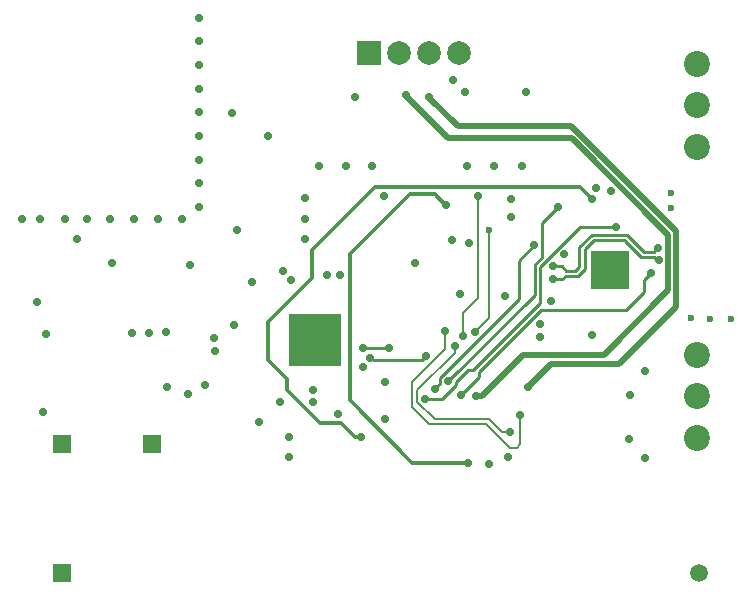
<source format=gbl>
G04*
G04 #@! TF.GenerationSoftware,Altium Limited,Altium Designer,19.1.8 (144)*
G04*
G04 Layer_Physical_Order=4*
G04 Layer_Color=16711680*
%FSLAX44Y44*%
%MOMM*%
G71*
G01*
G75*
%ADD10C,0.2500*%
%ADD12C,0.2000*%
%ADD71C,0.5000*%
%ADD72C,0.3500*%
%ADD78C,2.2000*%
%ADD79C,2.0000*%
%ADD80R,2.0000X2.0000*%
%ADD81C,1.5000*%
%ADD82R,1.5000X1.5000*%
%ADD83C,0.7000*%
%ADD84C,0.6000*%
G36*
X232750Y395500D02*
X276750D01*
Y351500D01*
X232750D01*
Y395500D01*
D02*
G37*
G36*
X488750Y448750D02*
X520250D01*
Y417250D01*
X488750D01*
Y448750D01*
D02*
G37*
D10*
X544646Y451500D02*
X545500D01*
X541786Y448640D02*
X544646Y451500D01*
X535998Y448640D02*
X541786D01*
X535609Y448250D02*
X535998Y448640D01*
X521593Y459657D02*
X533000Y448250D01*
X535609D01*
X489136Y463000D02*
X518957D01*
X478500Y452364D02*
X489136Y463000D01*
X521593Y459657D02*
Y460364D01*
X518957Y463000D02*
X521593Y460364D01*
X478500Y435750D02*
Y452364D01*
X456250Y436250D02*
X463750D01*
X475250Y432500D02*
X478500Y435750D01*
X467500Y432500D02*
X475250D01*
X463750Y436250D02*
X467500Y432500D01*
X537862Y444140D02*
X542062D01*
X537473Y443750D02*
X537862Y444140D01*
X517093Y457793D02*
Y458500D01*
X531136Y443750D02*
X537473D01*
X544680Y441521D02*
X545777D01*
X542062Y444140D02*
X544680Y441521D01*
X491000Y458500D02*
X517093D01*
X483000Y450500D02*
X491000Y458500D01*
X517093Y457793D02*
X531136Y443750D01*
X483000Y433886D02*
Y450500D01*
X477114Y428000D02*
X483000Y433886D01*
X467000Y428000D02*
X477114D01*
X464250Y425250D02*
X467000Y428000D01*
X456250Y425250D02*
X464250D01*
X445500Y435750D02*
X458500Y448750D01*
Y449046D02*
X479204Y469750D01*
X458500Y448750D02*
Y449046D01*
X362590Y324043D02*
X374518Y335971D01*
X348000Y324043D02*
X362590D01*
X367768Y338767D02*
X441000Y411999D01*
X374518Y338178D02*
X384250Y347910D01*
X374518Y335971D02*
Y338178D01*
X384250Y347910D02*
X388660D01*
X445500Y404750D01*
Y435750D01*
X361018Y341722D02*
X427500Y408204D01*
X361018Y337519D02*
Y341722D01*
X356017Y332518D02*
X361018Y337519D01*
X356017Y332266D02*
Y332518D01*
X427500Y408204D02*
Y441000D01*
X441000Y411999D02*
Y437614D01*
X447000Y443614D01*
X446500Y399000D02*
X517750D01*
X393750Y346250D02*
X446500Y399000D01*
X393750Y342500D02*
Y346250D01*
X301750Y358750D02*
X302500D01*
X304750Y356500D01*
X345119D02*
X348750Y360131D01*
X304750Y356500D02*
X345119D01*
X533500Y424750D02*
X539000Y430250D01*
X533500Y414750D02*
Y424750D01*
X479204Y469750D02*
X509500D01*
X427500Y441000D02*
X440250Y453750D01*
X517750Y399000D02*
X533500Y414750D01*
X378000Y326750D02*
X393750Y342500D01*
X378000Y326750D02*
Y327528D01*
X447000Y443614D02*
Y473000D01*
X295000Y367000D02*
X317250D01*
X447000Y473000D02*
X460500Y486500D01*
D12*
X356101Y306750D02*
X402500D01*
X341500Y321351D02*
X356101Y306750D01*
X341500Y321351D02*
Y331233D01*
X373000Y362733D01*
X337250Y317154D02*
Y338500D01*
Y317154D02*
X351654Y302750D01*
X337250Y338500D02*
X365000Y366250D01*
X399175Y302750D02*
X419675Y282250D01*
X351654Y302750D02*
X399175D01*
X401750Y392000D02*
Y466000D01*
X390000Y380250D02*
X401750Y392000D01*
X392750Y409500D02*
Y495500D01*
X379750Y396500D02*
X392750Y409500D01*
X379750Y377000D02*
Y396500D01*
X402500Y306750D02*
X413500Y295750D01*
X419750D01*
X419675Y282250D02*
X425500D01*
X428750Y285500D01*
Y310000D01*
X373000Y362733D02*
Y368750D01*
X365000Y366250D02*
Y381000D01*
D71*
X471713Y555000D02*
X560777Y465937D01*
X375500Y555000D02*
X471713D01*
X560777Y401777D02*
Y465937D01*
X553777Y415706D02*
Y463037D01*
X472314Y544500D02*
X553777Y463037D01*
X367750Y544500D02*
X472314D01*
X512000Y353000D02*
X560777Y401777D01*
X499131Y361060D02*
X553777Y415706D01*
X351500Y579000D02*
Y579750D01*
X391500Y326500D02*
X396500D01*
X431060Y361060D01*
X351500Y579000D02*
X375500Y555000D01*
X454250Y353000D02*
X512000D01*
X435250Y334000D02*
X454250Y353000D01*
X331750Y580500D02*
Y580750D01*
Y580500D02*
X367750Y544500D01*
X431060Y361060D02*
X499131D01*
D72*
X479250Y503000D02*
X489500Y492750D01*
X231197Y331303D02*
Y340303D01*
X215000Y356500D02*
X231197Y340303D01*
X215000Y356500D02*
Y388546D01*
X284500Y322500D02*
X337250Y269750D01*
X384500D01*
X284500Y322500D02*
Y446250D01*
X335500Y497250D01*
X252250Y449750D02*
X305500Y503000D01*
X252250Y425796D02*
Y449750D01*
X215000Y388546D02*
X252250Y425796D01*
X258750Y303750D02*
X277046D01*
X231197Y331303D02*
X258750Y303750D01*
X305500Y503000D02*
X479250D01*
X289046Y291750D02*
X293750D01*
X277046Y303750D02*
X289046Y291750D01*
X365011Y488250D02*
X365500D01*
X356011Y497250D02*
X365011Y488250D01*
X335500Y497250D02*
X356011D01*
D78*
X578000Y537500D02*
D03*
Y572500D02*
D03*
X578000Y291000D02*
D03*
Y326000D02*
D03*
X578000Y607500D02*
D03*
X578000Y361000D02*
D03*
D79*
X351450Y616750D02*
D03*
X326050D02*
D03*
X376850D02*
D03*
D80*
X300650D02*
D03*
D81*
X580250Y176500D02*
D03*
D82*
X40250D02*
D03*
X40650Y285750D02*
D03*
X116850D02*
D03*
D83*
X504500Y433000D02*
D03*
X494500Y443000D02*
D03*
X514500D02*
D03*
Y423000D02*
D03*
X494500D02*
D03*
X269750Y373500D02*
D03*
X254750Y388500D02*
D03*
X239750Y373500D02*
D03*
X254750Y358500D02*
D03*
X269750D02*
D03*
X239750D02*
D03*
X269750Y388500D02*
D03*
X239750D02*
D03*
X254750Y373500D02*
D03*
X493000Y502750D02*
D03*
X545777Y441521D02*
D03*
X545500Y451500D02*
D03*
X456250Y436250D02*
D03*
Y425250D02*
D03*
X454250Y406750D02*
D03*
X505500Y500000D02*
D03*
X348000Y324043D02*
D03*
X367768Y338767D02*
D03*
X381500Y584000D02*
D03*
X534000Y347500D02*
D03*
X128250Y380250D02*
D03*
X114250Y379750D02*
D03*
X99750D02*
D03*
X129250Y334000D02*
D03*
X149000Y437500D02*
D03*
X207750Y304250D02*
D03*
X384500Y269750D02*
D03*
X313750Y306500D02*
D03*
Y337750D02*
D03*
X377250Y412750D02*
D03*
X390000Y380250D02*
D03*
X356017Y332266D02*
D03*
X301750Y358750D02*
D03*
X227500Y431750D02*
D03*
X539000Y430250D02*
D03*
X351500Y579750D02*
D03*
X274263Y311015D02*
D03*
X82750Y438750D02*
D03*
X416000Y410750D02*
D03*
X339250Y439250D02*
D03*
X419750Y295750D02*
D03*
X418250Y274750D02*
D03*
X276000Y429000D02*
D03*
X265000D02*
D03*
X445500Y376250D02*
D03*
X373000Y368750D02*
D03*
X379750Y377000D02*
D03*
X303250Y521250D02*
D03*
X280750D02*
D03*
X258250Y520750D02*
D03*
X156750Y646500D02*
D03*
X406250Y520750D02*
D03*
X430000Y521000D02*
D03*
X383750Y520750D02*
D03*
X385000Y456000D02*
D03*
X371000Y458000D02*
D03*
X365000Y381000D02*
D03*
X348750Y360131D02*
D03*
X428750Y310000D02*
D03*
X391500Y326500D02*
D03*
X378000Y326750D02*
D03*
X188750Y466500D02*
D03*
X365500Y488250D02*
D03*
X232500Y291750D02*
D03*
X293750D02*
D03*
X232500Y274250D02*
D03*
X43250Y476500D02*
D03*
X21750D02*
D03*
X19500Y405750D02*
D03*
X234250Y424500D02*
D03*
X253000Y321000D02*
D03*
X253250Y331750D02*
D03*
X169750Y364500D02*
D03*
X169500Y375500D02*
D03*
X186500Y386500D02*
D03*
X465250Y446250D02*
D03*
X295500Y351000D02*
D03*
X295000Y367000D02*
D03*
X317250D02*
D03*
X401750Y268500D02*
D03*
X313500Y495500D02*
D03*
X534000Y273500D02*
D03*
X520500Y289500D02*
D03*
X521250Y327500D02*
D03*
X489500Y377750D02*
D03*
X53250Y459250D02*
D03*
X201250Y422750D02*
D03*
X147000Y328000D02*
D03*
X24500Y313000D02*
D03*
X27000Y379000D02*
D03*
X161750Y335500D02*
D03*
X225500Y321250D02*
D03*
X445500Y387250D02*
D03*
X184500Y566250D02*
D03*
X420500Y477500D02*
D03*
X420750Y493250D02*
D03*
X288500Y579500D02*
D03*
X371250Y593750D02*
D03*
X433750Y584000D02*
D03*
X215000Y546750D02*
D03*
X435250Y334000D02*
D03*
X331750Y580750D02*
D03*
X392750Y495500D02*
D03*
X460500Y486500D02*
D03*
X246250Y476250D02*
D03*
X246500Y494250D02*
D03*
Y459500D02*
D03*
X489500Y492750D02*
D03*
X440250Y453750D02*
D03*
X509500Y469750D02*
D03*
X156750Y626500D02*
D03*
Y606500D02*
D03*
Y586500D02*
D03*
Y566500D02*
D03*
Y546500D02*
D03*
Y526500D02*
D03*
Y506500D02*
D03*
Y486500D02*
D03*
X141750Y476500D02*
D03*
X121750D02*
D03*
X101750D02*
D03*
X81500D02*
D03*
X61750D02*
D03*
X6750D02*
D03*
D84*
X589500Y391500D02*
D03*
X607000Y391750D02*
D03*
X573500Y392000D02*
D03*
X556500Y485250D02*
D03*
Y498250D02*
D03*
X401750Y466750D02*
D03*
M02*

</source>
